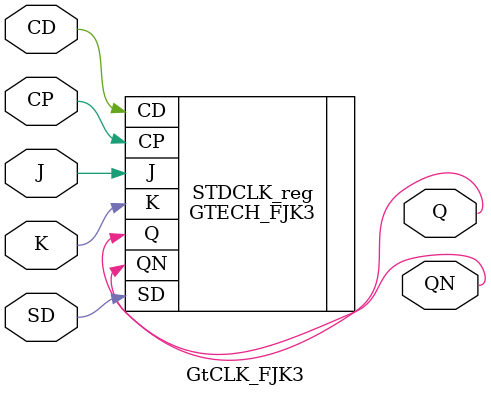
<source format=v>







`include "../../include/x_def.v"

module GtCLK_OR_NOT ( Z, A, B );
input A, B;
output Z;
GTECH_OR_NOT Gtclk1 (.Z(Z), .B(B), .A(A));
endmodule

module GtCLK_NOT ( Z, A );
input A;
output Z;
GTECH_NOT Gtclk1 (.Z(Z), .A(A));
endmodule

module GtCLK_AND3 ( Z, A, B, C );
input A, B, C;
output Z;
GTECH_AND3 Gtclk1 (.Z(Z), .A(A), .B(B), .C(C));
endmodule

module GtCLK_BUF ( Z, A );
input A;
output Z;
GTECH_BUF Gtclk1 (.Z(Z), .A(A));

endmodule

module GtCLK_NOR3 ( Z, A, B, C );
input A, B, C;
output Z;
GTECH_NOR3 Gtclk1 (.Z(Z), .A(A), .B(B), .C(C));
endmodule

module GtCLK_NOR2 ( Z, A, B );
input A, B;
output Z;
GTECH_NOR2 Gtclk1 (.Z(Z), .A(A), .B(B));
endmodule

module GtCLK_MUX2 ( Z, A, B, S );
input A, B, S;
output Z;
GTECH_MUX2 Gtclk1 (.Z(Z), .S(S), .A(A), .B(B));
endmodule

module GtCLK_OA21 ( Z, A, B, C );
input A, B, C;
output Z;
GTECH_OA21 Gtclk1 (.Z(Z), .C(C), .A(A), .B(B));
endmodule

module GtCLK_OR2 ( Z, A, B );
input A, B;
output Z;
GTECH_OR2 Gtclk1 (.Z(Z), .A(A), .B(B));
endmodule

module GtCLK_NAND2 ( Z, A, B );
input A, B;
output Z;
GTECH_NAND2 Gtclk1 (.Z(Z), .A(A), .B(B));
endmodule

module GtCLK_NAND3 ( Z, A, B, C );
input A, B, C;
output Z;
GTECH_NAND3 Gtclk1 (.Z(Z), .A(A), .B(B), .C(C));
endmodule

module GtCLK_FJK3 ( Q, QN, CP, CD, SD, J, K);
input CP, CD, SD, J, K;
output Q, QN;
GTECH_FJK3 STDCLK_reg (.Q(Q), .QN(QN), .CP(CP), .CD(CD),
.SD(SD), .J(J), .K(K));
endmodule


</source>
